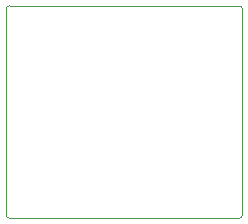
<source format=gbr>
%TF.GenerationSoftware,KiCad,Pcbnew,(5.1.6-0-10_14)*%
%TF.CreationDate,2020-10-30T22:45:03+08:00*%
%TF.ProjectId,Zeeuss,5a656575-7373-42e6-9b69-6361645f7063,rev?*%
%TF.SameCoordinates,Original*%
%TF.FileFunction,Profile,NP*%
%FSLAX46Y46*%
G04 Gerber Fmt 4.6, Leading zero omitted, Abs format (unit mm)*
G04 Created by KiCad (PCBNEW (5.1.6-0-10_14)) date 2020-10-30 22:45:03*
%MOMM*%
%LPD*%
G01*
G04 APERTURE LIST*
%TA.AperFunction,Profile*%
%ADD10C,0.050000*%
%TD*%
G04 APERTURE END LIST*
D10*
X100300000Y-118000000D02*
G75*
G02*
X100000000Y-117700000I0J300000D01*
G01*
X120000000Y-117700000D02*
G75*
G02*
X119700000Y-118000000I-300000J0D01*
G01*
X119700000Y-100000000D02*
G75*
G02*
X120000000Y-100300000I0J-300000D01*
G01*
X100000000Y-100300000D02*
G75*
G02*
X100300000Y-100000000I300000J0D01*
G01*
X100000000Y-117700000D02*
X100000000Y-100300000D01*
X119700000Y-118000000D02*
X100300000Y-118000000D01*
X120000000Y-100300000D02*
X120000000Y-117700000D01*
X100300000Y-100000000D02*
X119700000Y-100000000D01*
M02*

</source>
